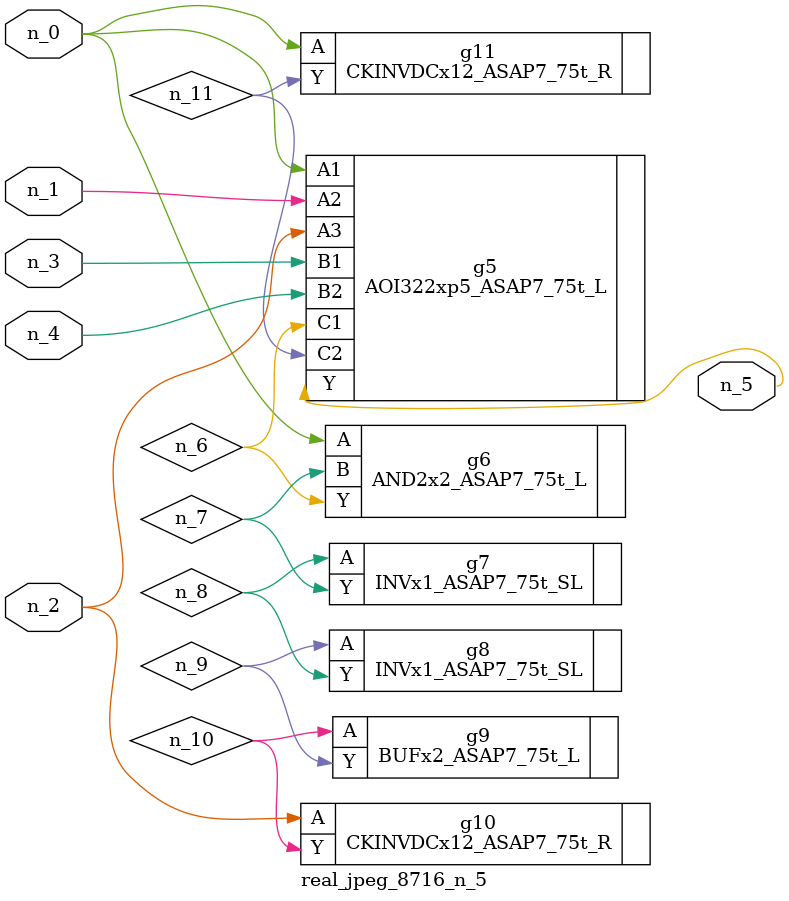
<source format=v>
module real_jpeg_8716_n_5 (n_4, n_0, n_1, n_2, n_3, n_5);

input n_4;
input n_0;
input n_1;
input n_2;
input n_3;

output n_5;

wire n_8;
wire n_11;
wire n_6;
wire n_7;
wire n_10;
wire n_9;

AOI322xp5_ASAP7_75t_L g5 ( 
.A1(n_0),
.A2(n_1),
.A3(n_2),
.B1(n_3),
.B2(n_4),
.C1(n_6),
.C2(n_11),
.Y(n_5)
);

AND2x2_ASAP7_75t_L g6 ( 
.A(n_0),
.B(n_7),
.Y(n_6)
);

CKINVDCx12_ASAP7_75t_R g11 ( 
.A(n_0),
.Y(n_11)
);

CKINVDCx12_ASAP7_75t_R g10 ( 
.A(n_2),
.Y(n_10)
);

INVx1_ASAP7_75t_SL g7 ( 
.A(n_8),
.Y(n_7)
);

INVx1_ASAP7_75t_SL g8 ( 
.A(n_9),
.Y(n_8)
);

BUFx2_ASAP7_75t_L g9 ( 
.A(n_10),
.Y(n_9)
);


endmodule
</source>
